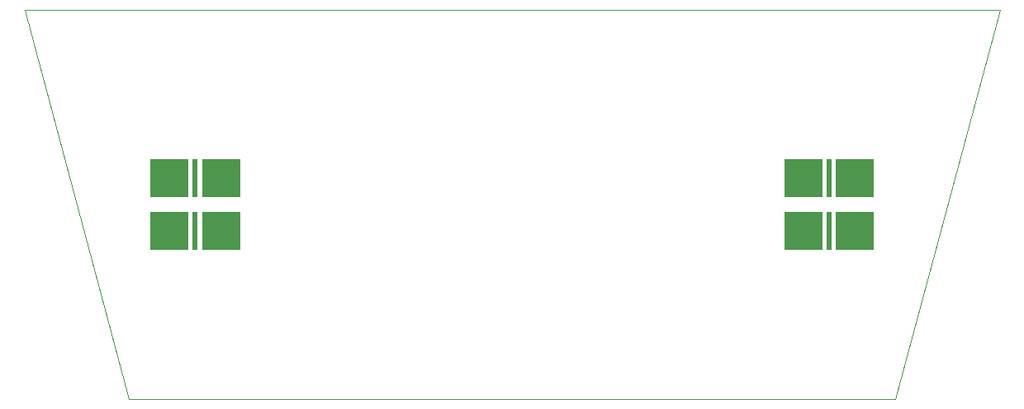
<source format=gtp>
G75*
%MOIN*%
%OFA0B0*%
%FSLAX24Y24*%
%IPPOS*%
%LPD*%
%AMOC8*
5,1,8,0,0,1.08239X$1,22.5*
%
%ADD10C,0.0000*%
%ADD11R,0.1575X0.1575*%
%ADD12R,0.0236X0.1575*%
D10*
X015374Y006799D02*
X011142Y022547D01*
X050512Y022547D01*
X046280Y006799D01*
X015374Y006799D01*
D11*
X016988Y013610D03*
X019075Y013610D03*
X019075Y015736D03*
X016988Y015736D03*
X042579Y015736D03*
X044666Y015736D03*
X044666Y013610D03*
X042579Y013610D03*
D12*
X043622Y013610D03*
X043622Y015736D03*
X018032Y015736D03*
X018032Y013610D03*
M02*

</source>
